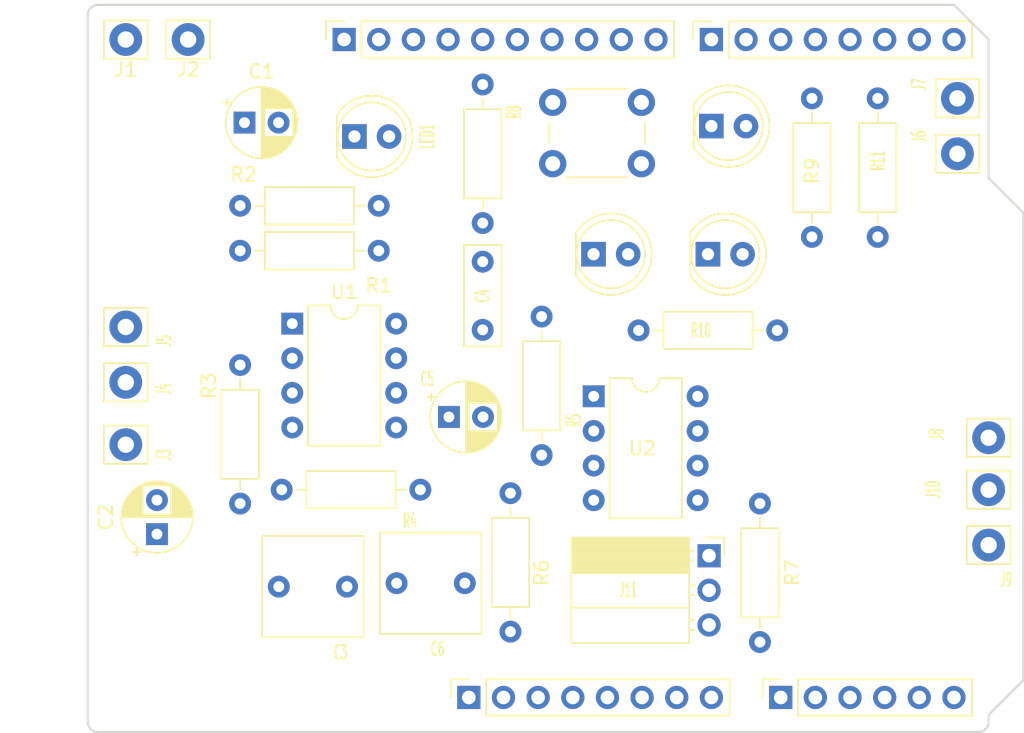
<source format=kicad_pcb>
(kicad_pcb (version 20221018) (generator pcbnew)
  (title_block (title "Amplifier 4th order Bandpass Filter") (date "2023-04-24") (rev "v 1.0") (company "HDA Student/Girish;Ananya;Drashti") (comment 1 "Group D3"))
  (layers (0 "F.Cu" signal) (1 "In1.Cu" power "Gnd") (2 "In2.Cu" power "Power") (31 "B.Cu" signal) (34 "B.Paste" user) (35 "F.Paste" user) (36 "B.SilkS" user "B.Silkscreen") (37 "F.SilkS" user "F.Silkscreen") (38 "B.Mask" user) (39 "F.Mask" user) (44 "Edge.Cuts" user))
  (net 0 "")
  (net 1 "GND")
  (net 2 "/VD_I")
  (net 3 "Vin")
  (net 4 "Net-(C2-Pad2)")
  (net 5 "Net-(J4-Pin_1)")
  (net 6 "Net-(J5-Pin_1)")
  (net 7 "Net-(C5-Pad2)")
  (net 8 "Net-(J6-Pin_1)")
  (net 9 "Net-(J7-Pin_1)")
  (net 10 "Vout")
  (net 11 "Net-(LED1-A)")
  (net 12 "Net-(LED2-A)")
  (net 13 "Net-(LED3-A)")
  (net 14 "Net-(LED4-A)")
  (net 23 "USER_LED")
  (net 27 "VCC")
  (net 35 "SW_PUSH")
  (net 36 "LED_GREEN")
  (net 37 "LED_ORANGE")
  (net 38 "LED_RED")
  (footprint "Connector_PinSocket_2.54mm:PinSocket_1x08_P2.54mm_Vertical" (layer "F.Cu") (at 127.94 97.46 90)
    (fp_text reference "P1" hide)
    (fp_text value "Power")
    (pad "1" thru_hole rect locked (at 0 0 90) (size 1.7 1.7) (drill 1) (layers "*.Cu" "*.Mask"))
    (pad "2" thru_hole oval locked (at 0 2.54 90) (size 1.7 1.7) (drill 1) (layers "*.Cu" "*.Mask"))
    (pad "3" thru_hole oval locked (at 0 5.08 90) (size 1.7 1.7) (drill 1) (layers "*.Cu" "*.Mask"))
    (pad "4" thru_hole oval locked (at 0 7.62 90) (size 1.7 1.7) (drill 1) (layers "*.Cu" "*.Mask"))
    (pad "5" thru_hole oval locked (at 0 10.16 90) (size 1.7 1.7) (drill 1) (layers "*.Cu" "*.Mask"))
    (pad "6" thru_hole oval locked (at 0 12.7 90) (size 1.7 1.7) (drill 1) (layers "*.Cu" "*.Mask") (net 1 "GND"))
    (pad "7" thru_hole oval locked (at 0 15.24 90) (size 1.7 1.7) (drill 1) (layers "*.Cu" "*.Mask") (net 1 "GND"))
    (pad "8" thru_hole oval locked (at 0 17.78 90) (size 1.7 1.7) (drill 1) (layers "*.Cu" "*.Mask") (net 27 "VCC"))
  )
  (footprint "Connector_PinSocket_2.54mm:PinSocket_1x06_P2.54mm_Vertical" (layer "F.Cu") (at 150.8 97.46 90)
    (fp_text reference "P3" hide)
    (fp_text value "Analog")
    (pad "1" thru_hole rect locked (at 0 0 90) (size 1.7 1.7) (drill 1) (layers "*.Cu" "*.Mask") (net 10 "Vout"))
    (pad "2" thru_hole oval locked (at 0 2.54 90) (size 1.7 1.7) (drill 1) (layers "*.Cu" "*.Mask"))
    (pad "3" thru_hole oval locked (at 0 5.08 90) (size 1.7 1.7) (drill 1) (layers "*.Cu" "*.Mask"))
    (pad "4" thru_hole oval locked (at 0 7.62 90) (size 1.7 1.7) (drill 1) (layers "*.Cu" "*.Mask"))
    (pad "5" thru_hole oval locked (at 0 10.16 90) (size 1.7 1.7) (drill 1) (layers "*.Cu" "*.Mask"))
    (pad "6" thru_hole oval locked (at 0 12.7 90) (size 1.7 1.7) (drill 1) (layers "*.Cu" "*.Mask"))
  )
  (footprint "Connector_PinSocket_2.54mm:PinSocket_1x10_P2.54mm_Vertical" (layer "F.Cu") (at 118.796 49.2 90)
    (fp_text reference "P2" hide)
    (fp_text value "Digital/PWM")
    (pad "1" thru_hole rect locked (at 0 0 90) (size 1.7 1.7) (drill 1) (layers "*.Cu" "*.Mask"))
    (pad "2" thru_hole oval locked (at 0 2.54 90) (size 1.7 1.7) (drill 1) (layers "*.Cu" "*.Mask"))
    (pad "3" thru_hole oval locked (at 0 5.08 90) (size 1.7 1.7) (drill 1) (layers "*.Cu" "*.Mask"))
    (pad "4" thru_hole oval locked (at 0 7.62 90) (size 1.7 1.7) (drill 1) (layers "*.Cu" "*.Mask") (net 1 "GND"))
    (pad "5" thru_hole oval locked (at 0 10.16 90) (size 1.7 1.7) (drill 1) (layers "*.Cu" "*.Mask") (net 23 "USER_LED"))
    (pad "6" thru_hole oval locked (at 0 12.7 90) (size 1.7 1.7) (drill 1) (layers "*.Cu" "*.Mask"))
    (pad "7" thru_hole oval locked (at 0 15.24 90) (size 1.7 1.7) (drill 1) (layers "*.Cu" "*.Mask"))
    (pad "8" thru_hole oval locked (at 0 17.78 90) (size 1.7 1.7) (drill 1) (layers "*.Cu" "*.Mask"))
    (pad "9" thru_hole oval locked (at 0 20.32 90) (size 1.7 1.7) (drill 1) (layers "*.Cu" "*.Mask"))
    (pad "10" thru_hole oval locked (at 0 22.86 90) (size 1.7 1.7) (drill 1) (layers "*.Cu" "*.Mask"))
  )
  (footprint "Connector_PinSocket_2.54mm:PinSocket_1x08_P2.54mm_Vertical" (layer "F.Cu") (at 145.72 49.2 90)
    (fp_text reference "P4" hide)
    (fp_text value "Digital/PWM" hide)
    (pad "1" thru_hole rect locked (at 0 0 90) (size 1.7 1.7) (drill 1) (layers "*.Cu" "*.Mask") (net 35 "SW_PUSH"))
    (pad "2" thru_hole oval locked (at 0 2.54 90) (size 1.7 1.7) (drill 1) (layers "*.Cu" "*.Mask") (net 36 "LED_GREEN"))
    (pad "3" thru_hole oval locked (at 0 5.08 90) (size 1.7 1.7) (drill 1) (layers "*.Cu" "*.Mask") (net 37 "LED_ORANGE"))
    (pad "4" thru_hole oval locked (at 0 7.62 90) (size 1.7 1.7) (drill 1) (layers "*.Cu" "*.Mask") (net 38 "LED_RED"))
    (pad "5" thru_hole oval locked (at 0 10.16 90) (size 1.7 1.7) (drill 1) (layers "*.Cu" "*.Mask"))
    (pad "6" thru_hole oval locked (at 0 12.7 90) (size 1.7 1.7) (drill 1) (layers "*.Cu" "*.Mask"))
    (pad "7" thru_hole oval locked (at 0 15.24 90) (size 1.7 1.7) (drill 1) (layers "*.Cu" "*.Mask"))
    (pad "8" thru_hole oval locked (at 0 17.78 90) (size 1.7 1.7) (drill 1) (layers "*.Cu" "*.Mask"))
  )
  (footprint "LED_THT:LED_D5.0mm" (layer "F.Cu") (at 145.715 55.55)
    (fp_text reference "LED2" hide)
    (fp_text value "Green_Led")
    (pad "1" thru_hole rect (at 0 0) (size 1.8 1.8) (drill 0.9) (layers "*.Cu" "*.Mask") (net 1 "GND"))
    (pad "2" thru_hole circle (at 2.54 0) (size 1.8 1.8) (drill 0.9) (layers "*.Cu" "*.Mask") (net 12 "Net-(LED2-A)"))
  )
  (footprint "Connector_Pin:Pin_D1.2mm_L10.2mm_W2.9mm_FlatFork" (layer "F.Cu") (at 166.04 82.22)
    (fp_text reference "J10" (at -4.064 0 90) (layer "F.SilkS") (effects (font (size 1 0.5) (thickness 0.125))))
    (fp_text value "GND_Test")
    (pad "1" thru_hole circle (at 0 0) (size 2.4 2.4) (drill 1.2) (layers "*.Cu" "*.Mask") (net 1 "GND"))
  )
  (footprint "Capacitor_THT:CP_Radial_D5.0mm_P2.50mm" (layer "F.Cu") (at 111.494888 55.296)
    (fp_text reference "C1" (at 1.25 -3.75) (layer "F.SilkS"))
    (fp_text value "22u")
    (pad "1" thru_hole rect (at 0 0) (size 1.6 1.6) (drill 0.8) (layers "*.Cu" "*.Mask") (net 2 "/VD_I"))
    (pad "2" thru_hole circle (at 2.5 0) (size 1.6 1.6) (drill 0.8) (layers "*.Cu" "*.Mask") (net 1 "GND"))
  )
  (footprint "Connector_PinSocket_2.54mm:PinSocket_1x03_P2.54mm_Horizontal" (layer "F.Cu") (at 145.548 87.061)
    (fp_text reference "J11" (at -5.924 2.525) (layer "F.SilkS") (effects (font (size 1 0.5) (thickness 0.125))))
    (fp_text value "Conn_01x03_Socket")
    (pad "1" thru_hole rect (at 0 0) (size 1.7 1.7) (drill 1) (layers "*.Cu" "*.Mask") (net 1 "GND"))
    (pad "2" thru_hole oval (at 0 2.54) (size 1.7 1.7) (drill 1) (layers "*.Cu" "*.Mask") (net 10 "Vout"))
    (pad "3" thru_hole oval (at 0 5.08) (size 1.7 1.7) (drill 1) (layers "*.Cu" "*.Mask") (net 27 "VCC"))
  )
  (footprint "Resistor_THT:R_Axial_DIN0207_L6.3mm_D2.5mm_P10.16mm_Horizontal" (layer "F.Cu") (at 111.176 83.236 90)
    (fp_text reference "R3" (at 8.636 -2.286 90) (layer "F.SilkS"))
    (fp_text value "33k")
    (pad "1" thru_hole circle (at 0 0 90) (size 1.6 1.6) (drill 0.8) (layers "*.Cu" "*.Mask") (net 4 "Net-(C2-Pad2)"))
    (pad "2" thru_hole oval (at 10.16 0 90) (size 1.6 1.6) (drill 0.8) (layers "*.Cu" "*.Mask") (net 5 "Net-(J4-Pin_1)"))
  )
  (footprint "Resistor_THT:R_Axial_DIN0207_L6.3mm_D2.5mm_P10.16mm_Horizontal" (layer "F.Cu") (at 157.912 63.678 90)
    (fp_text reference "R11" (at 5.588 0 90) (layer "F.SilkS") (effects (font (size 1 0.5) (thickness 0.125))))
    (fp_text value "470")
    (pad "1" thru_hole circle (at 0 0 90) (size 1.6 1.6) (drill 0.8) (layers "*.Cu" "*.Mask") (net 14 "Net-(LED4-A)"))
    (pad "2" thru_hole oval (at 10.16 0 90) (size 1.6 1.6) (drill 0.8) (layers "*.Cu" "*.Mask") (net 38 "LED_RED"))
  )
  (footprint "Resistor_THT:R_Axial_DIN0207_L6.3mm_D2.5mm_P10.16mm_Horizontal" (layer "F.Cu") (at 133.274 69.52 -90)
    (fp_text reference "R5" (at 7.62 -2.37 90) (layer "F.SilkS") (effects (font (size 1 0.5) (thickness 0.125))))
    (fp_text value "33k")
    (pad "1" thru_hole circle (at 0 0 270) (size 1.6 1.6) (drill 0.8) (layers "*.Cu" "*.Mask") (net 7 "Net-(C5-Pad2)"))
    (pad "2" thru_hole oval (at 10.16 0 270) (size 1.6 1.6) (drill 0.8) (layers "*.Cu" "*.Mask") (net 8 "Net-(J6-Pin_1)"))
  )
  (footprint "LED_THT:LED_D5.0mm" (layer "F.Cu") (at 137.079 64.948)
    (fp_text reference "LED3" hide)
    (fp_text value "Orange_Led")
    (pad "1" thru_hole rect (at 0 0) (size 1.8 1.8) (drill 0.9) (layers "*.Cu" "*.Mask") (net 1 "GND"))
    (pad "2" thru_hole circle (at 2.54 0) (size 1.8 1.8) (drill 0.9) (layers "*.Cu" "*.Mask") (net 13 "Net-(LED3-A)"))
  )
  (footprint "Connector_Pin:Pin_D1.2mm_L10.2mm_W2.9mm_FlatFork" (layer "F.Cu") (at 102.794 74.346)
    (fp_text reference "J4" (at 2.794 0.508 90) (layer "F.SilkS") (effects (font (size 1 0.5) (thickness 0.125))))
    (fp_text value "IN2")
    (pad "1" thru_hole circle (at 0 0) (size 2.4 2.4) (drill 1.2) (layers "*.Cu" "*.Mask") (net 5 "Net-(J4-Pin_1)"))
  )
  (footprint "Resistor_THT:R_Axial_DIN0207_L6.3mm_D2.5mm_P10.16mm_Horizontal" (layer "F.Cu") (at 114.224 82.22)
    (fp_text reference "R4" (at 9.398 2.286) (layer "F.SilkS") (effects (font (size 1 0.5) (thickness 0.125))))
    (fp_text value "220k")
    (pad "1" thru_hole circle (at 0 0) (size 1.6 1.6) (drill 0.8) (layers "*.Cu" "*.Mask") (net 5 "Net-(J4-Pin_1)"))
    (pad "2" thru_hole oval (at 10.16 0) (size 1.6 1.6) (drill 0.8) (layers "*.Cu" "*.Mask") (net 6 "Net-(J5-Pin_1)"))
  )
  (footprint "Capacitor_THT:C_Rect_L7.2mm_W2.5mm_P5.00mm_FKS2_FKP2_MKS2_MKP2" (layer "F.Cu") (at 128.956 70.496 90)
    (fp_text reference "C4" (at 2.5 0 90) (layer "F.SilkS") (effects (font (size 1 0.5) (thickness 0.125))))
    (fp_text value "100n")
    (pad "1" thru_hole circle (at 0 0 90) (size 1.6 1.6) (drill 0.8) (layers "*.Cu" "*.Mask") (net 1 "GND"))
    (pad "2" thru_hole circle (at 5 0 90) (size 1.6 1.6) (drill 0.8) (layers "*.Cu" "*.Mask") (net 2 "/VD_I"))
  )
  (footprint "Capacitor_THT:C_Rect_L7.2mm_W7.2mm_P5.00mm_FKS2_FKP2_MKS2_MKP2" (layer "F.Cu") (at 114.01 89.332)
    (fp_text reference "C3" (at 4.532 4.826) (layer "F.SilkS") (effects (font (size 1 0.5) (thickness 0.125))))
    (fp_text value "1.5n")
    (pad "1" thru_hole circle (at 0 0) (size 1.6 1.6) (drill 0.8) (layers "*.Cu" "*.Mask") (net 5 "Net-(J4-Pin_1)"))
    (pad "2" thru_hole circle (at 5 0) (size 1.6 1.6) (drill 0.8) (layers "*.Cu" "*.Mask") (net 6 "Net-(J5-Pin_1)"))
  )
  (footprint "Connector_Pin:Pin_D1.2mm_L10.2mm_W2.9mm_FlatFork" (layer "F.Cu") (at 166.04 78.41)
    (fp_text reference "J8" (at -3.81 -0.254 90) (layer "F.SilkS") (effects (font (size 1 0.5) (thickness 0.125))))
    (fp_text value "Vout")
    (pad "1" thru_hole circle (at 0 0) (size 2.4 2.4) (drill 1.2) (layers "*.Cu" "*.Mask") (net 10 "Vout"))
  )
  (footprint "Connector_Pin:Pin_D1.2mm_L10.2mm_W2.9mm_FlatFork" (layer "F.Cu") (at 163.754 53.518)
    (fp_text reference "J7" (at -2.794 -1.016 90) (layer "F.SilkS") (effects (font (size 1 0.5) (thickness 0.125))))
    (fp_text value "OUT2")
    (pad "1" thru_hole circle (at 0 0) (size 2.4 2.4) (drill 1.2) (layers "*.Cu" "*.Mask") (net 9 "Net-(J7-Pin_1)"))
  )
  (footprint "Resistor_THT:R_Axial_DIN0207_L6.3mm_D2.5mm_P10.16mm_Horizontal" (layer "F.Cu") (at 111.176 64.694)
    (fp_text reference "R1" (at 10.16 2.54) (layer "F.SilkS"))
    (fp_text value "1K")
    (pad "1" thru_hole circle (at 0 0) (size 1.6 1.6) (drill 0.8) (layers "*.Cu" "*.Mask") (net 27 "VCC"))
    (pad "2" thru_hole oval (at 10.16 0) (size 1.6 1.6) (drill 0.8) (layers "*.Cu" "*.Mask") (net 2 "/VD_I"))
  )
  (footprint "LED_THT:LED_D5.0mm" (layer "F.Cu") (at 145.466 64.948)
    (fp_text reference "LED4" hide)
    (fp_text value "Red_Led")
    (pad "1" thru_hole rect (at 0 0) (size 1.8 1.8) (drill 0.9) (layers "*.Cu" "*.Mask") (net 1 "GND"))
    (pad "2" thru_hole circle (at 2.54 0) (size 1.8 1.8) (drill 0.9) (layers "*.Cu" "*.Mask") (net 14 "Net-(LED4-A)"))
  )
  (footprint "LED_THT:LED_D5.0mm" (layer "F.Cu") (at 119.553 56.312)
    (fp_text reference "LED1" (at 5.339 0 90) (layer "F.SilkS") (effects (font (size 1 0.5) (thickness 0.125))))
    (fp_text value "Power_Led")
    (pad "1" thru_hole rect (at 0 0) (size 1.8 1.8) (drill 0.9) (layers "*.Cu" "*.Mask") (net 1 "GND"))
    (pad "2" thru_hole circle (at 2.54 0) (size 1.8 1.8) (drill 0.9) (layers "*.Cu" "*.Mask") (net 11 "Net-(LED1-A)"))
  )
  (footprint "Arduino_MountingHole:MountingHole_3.2mm" (layer "F.Cu") (at 115.24 49.2)
    (fp_text reference "MH1" hide)
    (fp_text value "MountingHole_3.2mm" hide)
    (pad "" np_thru_hole circle locked (at 0 0) (size 3.2 3.2) (drill 3.2) (layers "*.Cu" "*.Mask"))
  )
  (footprint "Package_DIP:DIP-8_W7.62mm" (layer "F.Cu") (at 114.996 70.038)
    (fp_text reference "U1" (at 3.81 -2.33) (layer "F.SilkS"))
    (fp_text value "OPA340P")
    (pad "1" thru_hole rect (at 0 0) (size 1.6 1.6) (drill 0.8) (layers "*.Cu" "*.Mask"))
    (pad "2" thru_hole oval (at 0 2.54) (size 1.6 1.6) (drill 0.8) (layers "*.Cu" "*.Mask") (net 5 "Net-(J4-Pin_1)"))
    (pad "3" thru_hole oval (at 0 5.08) (size 1.6 1.6) (drill 0.8) (layers "*.Cu" "*.Mask") (net 2 "/VD_I"))
    (pad "4" thru_hole oval (at 0 7.62) (size 1.6 1.6) (drill 0.8) (layers "*.Cu" "*.Mask") (net 1 "GND"))
    (pad "5" thru_hole oval (at 7.62 7.62) (size 1.6 1.6) (drill 0.8) (layers "*.Cu" "*.Mask"))
    (pad "6" thru_hole oval (at 7.62 5.08) (size 1.6 1.6) (drill 0.8) (layers "*.Cu" "*.Mask") (net 6 "Net-(J5-Pin_1)"))
    (pad "7" thru_hole oval (at 7.62 2.54) (size 1.6 1.6) (drill 0.8) (layers "*.Cu" "*.Mask") (net 27 "VCC"))
    (pad "8" thru_hole oval (at 7.62 0) (size 1.6 1.6) (drill 0.8) (layers "*.Cu" "*.Mask"))
  )
  (footprint "Connector_Pin:Pin_D1.2mm_L10.2mm_W2.9mm_FlatFork" (layer "F.Cu") (at 102.794 70.282)
    (fp_text reference "J5" (at 2.794 1.016 90) (layer "F.SilkS") (effects (font (size 1 0.5) (thickness 0.125))))
    (fp_text value "OUT1")
    (pad "1" thru_hole circle (at 0 0) (size 2.4 2.4) (drill 1.2) (layers "*.Cu" "*.Mask") (net 6 "Net-(J5-Pin_1)"))
  )
  (footprint "Resistor_THT:R_Axial_DIN0207_L6.3mm_D2.5mm_P10.16mm_Horizontal" (layer "F.Cu") (at 130.988 82.474 -90)
    (fp_text reference "R6" (at 5.842 -2.286 90) (layer "F.SilkS"))
    (fp_text value "100k")
    (pad "1" thru_hole circle (at 0 0 270) (size 1.6 1.6) (drill 0.8) (layers "*.Cu" "*.Mask") (net 8 "Net-(J6-Pin_1)"))
    (pad "2" thru_hole oval (at 10.16 0 270) (size 1.6 1.6) (drill 0.8) (layers "*.Cu" "*.Mask") (net 9 "Net-(J7-Pin_1)"))
  )
  (footprint "Capacitor_THT:CP_Radial_D5.0mm_P2.50mm" (layer "F.Cu") (at 105.08 85.482 90)
    (fp_text reference "C2" (at 1.25 -3.75 90) (layer "F.SilkS"))
    (fp_text value "4.7u")
    (pad "1" thru_hole rect (at 0 0 90) (size 1.6 1.6) (drill 0.8) (layers "*.Cu" "*.Mask") (net 3 "Vin"))
    (pad "2" thru_hole circle (at 2.5 0 90) (size 1.6 1.6) (drill 0.8) (layers "*.Cu" "*.Mask") (net 4 "Net-(C2-Pad2)"))
  )
  (footprint "Button_Switch_THT:SW_PUSH_6mm_H7.3mm" (layer "F.Cu") (at 140.588 58.308 180)
    (fp_text reference "SW1" hide)
    (fp_text value "SW_Push")
    (pad "1" thru_hole circle (at 0 0 270) (size 2 2) (drill 1.1) (layers "*.Cu" "*.Mask") (net 27 "VCC"))
    (pad "1" thru_hole circle (at 6.5 0 270) (size 2 2) (drill 1.1) (layers "*.Cu" "*.Mask") (net 27 "VCC"))
    (pad "2" thru_hole circle (at 0 4.5 270) (size 2 2) (drill 1.1) (layers "*.Cu" "*.Mask") (net 35 "SW_PUSH"))
    (pad "2" thru_hole circle (at 6.5 4.5 270) (size 2 2) (drill 1.1) (layers "*.Cu" "*.Mask") (net 35 "SW_PUSH"))
  )
  (footprint "Resistor_THT:R_Axial_DIN0207_L6.3mm_D2.5mm_P10.16mm_Horizontal" (layer "F.Cu") (at 140.386 70.536)
    (fp_text reference "R10" (at 4.572 0) (layer "F.SilkS") (effects (font (size 1 0.5) (thickness 0.125))))
    (fp_text value "470")
    (pad "1" thru_hole circle (at 0 0) (size 1.6 1.6) (drill 0.8) (layers "*.Cu" "*.Mask") (net 13 "Net-(LED3-A)"))
    (pad "2" thru_hole oval (at 10.16 0) (size 1.6 1.6) (drill 0.8) (layers "*.Cu" "*.Mask") (net 37 "LED_ORANGE"))
  )
  (footprint "Resistor_THT:R_Axial_DIN0207_L6.3mm_D2.5mm_P10.16mm_Horizontal" (layer "F.Cu") (at 149.276 83.236 -90)
    (fp_text reference "R7" (at 5.08 -2.37 90) (layer "F.SilkS"))
    (fp_text value "100")
    (pad "1" thru_hole circle (at 0 0 270) (size 1.6 1.6) (drill 0.8) (layers "*.Cu" "*.Mask") (net 9 "Net-(J7-Pin_1)"))
    (pad "2" thru_hole oval (at 10.16 0 270) (size 1.6 1.6) (drill 0.8) (layers "*.Cu" "*.Mask") (net 10 "Vout"))
  )
  (footprint "Connector_Pin:Pin_D1.2mm_L10.2mm_W2.9mm_FlatFork" (layer "F.Cu") (at 102.794 49.2)
    (fp_text reference "J1" (at 0 2.2) (layer "F.SilkS"))
    (fp_text value "~")
    (pad "1" thru_hole circle (at 0 0) (size 2.4 2.4) (drill 1.2) (layers "*.Cu" "*.Mask") (net 2 "/VD_I"))
  )
  (footprint "Connector_Pin:Pin_D1.2mm_L10.2mm_W2.9mm_FlatFork" (layer "F.Cu") (at 163.754 57.582)
    (fp_text reference "J6" (at -2.794 -1.27 -90) (layer "F.SilkS") (effects (font (size 1 0.5) (thickness 0.125))))
    (fp_text value "IN3")
    (pad "1" thru_hole circle (at 0 0) (size 2.4 2.4) (drill 1.2) (layers "*.Cu" "*.Mask") (net 8 "Net-(J6-Pin_1)"))
  )
  (footprint "Capacitor_THT:C_Rect_L7.2mm_W7.2mm_P5.00mm_FKS2_FKP2_MKS2_MKP2" (layer "F.Cu") (at 122.646 89.078)
    (fp_text reference "C6" (at 3.008 4.826) (layer "F.SilkS") (effects (font (size 1 0.5) (thickness 0.125))))
    (fp_text value "3.3n")
    (pad "1" thru_hole circle (at 0 0) (size 1.6 1.6) (drill 0.8) (layers "*.Cu" "*.Mask") (net 8 "Net-(J6-Pin_1)"))
    (pad "2" thru_hole circle (at 5 0) (size 1.6 1.6) (drill 0.8) (layers "*.Cu" "*.Mask") (net 9 "Net-(J7-Pin_1)"))
  )
  (footprint "Package_DIP:DIP-8_W7.62mm" (layer "F.Cu") (at 137.094 75.372)
    (fp_text reference "U2" (at 3.556 3.81) (layer "F.SilkS"))
    (fp_text value "OPA340P")
    (pad "1" thru_hole rect (at 0 0) (size 1.6 1.6) (drill 0.8) (layers "*.Cu" "*.Mask"))
    (pad "2" thru_hole oval (at 0 2.54) (size 1.6 1.6) (drill 0.8) (layers "*.Cu" "*.Mask") (net 8 "Net-(J6-Pin_1)"))
    (pad "3" thru_hole oval (at 0 5.08) (size 1.6 1.6) (drill 0.8) (layers "*.Cu" "*.Mask") (net 2 "/VD_I"))
    (pad "4" thru_hole oval (at 0 7.62) (size 1.6 1.6) (drill 0.8) (layers "*.Cu" "*.Mask") (net 1 "GND"))
    (pad "5" thru_hole oval (at 7.62 7.62) (size 1.6 1.6) (drill 0.8) (layers "*.Cu" "*.Mask"))
    (pad "6" thru_hole oval (at 7.62 5.08) (size 1.6 1.6) (drill 0.8) (layers "*.Cu" "*.Mask") (net 9 "Net-(J7-Pin_1)"))
    (pad "7" thru_hole oval (at 7.62 2.54) (size 1.6 1.6) (drill 0.8) (layers "*.Cu" "*.Mask") (net 27 "VCC"))
    (pad "8" thru_hole oval (at 7.62 0) (size 1.6 1.6) (drill 0.8) (layers "*.Cu" "*.Mask"))
  )
  (footprint "Resistor_THT:R_Axial_DIN0207_L6.3mm_D2.5mm_P10.16mm_Horizontal" (layer "F.Cu") (at 153.086 63.678 90)
    (fp_text reference "R9" (at 4.826 0 90) (layer "F.SilkS"))
    (fp_text value "470")
    (pad "1" thru_hole circle (at 0 0 90) (size 1.6 1.6) (drill 0.8) (layers "*.Cu" "*.Mask") (net 12 "Net-(LED2-A)"))
    (pad "2" thru_hole oval (at 10.16 0 90) (size 1.6 1.6) (drill 0.8) (layers "*.Cu" "*.Mask") (net 36 "LED_GREEN"))
  )
  (footprint "Connector_Pin:Pin_D1.2mm_L10.2mm_W2.9mm_FlatFork" (layer "F.Cu") (at 107.366 49.2)
    (fp_text reference "J2" (at 0 2.2) (layer "F.SilkS"))
    (fp_text value "~")
    (pad "1" thru_hole circle (at 0 0) (size 2.4 2.4) (drill 1.2) (layers "*.Cu" "*.Mask") (net 2 "/VD_I"))
  )
  (footprint "Connector_Pin:Pin_D1.2mm_L10.2mm_W2.9mm_FlatFork" (layer "F.Cu") (at 166.04 86.284)
    (fp_text reference "J9" (at 1.27 2.54 180) (layer "F.SilkS") (effects (font (size 1 0.5) (thickness 0.125))))
    (fp_text value "VCC_Test")
    (pad "1" thru_hole circle (at 0 0) (size 2.4 2.4) (drill 1.2) (layers "*.Cu" "*.Mask") (net 27 "VCC"))
  )
  (footprint "Resistor_THT:R_Axial_DIN0207_L6.3mm_D2.5mm_P10.16mm_Horizontal" (layer "F.Cu") (at 121.336 61.392 180)
    (fp_text reference "R2" (at 9.906 2.286) (layer "F.SilkS"))
    (fp_text value "1K")
    (pad "1" thru_hole circle (at 0 0 180) (size 1.6 1.6) (drill 0.8) (layers "*.Cu" "*.Mask") (net 2 "/VD_I"))
    (pad "2" thru_hole oval (at 10.16 0 180) (size 1.6 1.6) (drill 0.8) (layers "*.Cu" "*.Mask") (net 1 "GND"))
  )
  (footprint "Connector_Pin:Pin_D1.2mm_L10.2mm_W2.9mm_FlatFork" (layer "F.Cu") (at 102.794 78.918)
    (fp_text reference "J3" (at 2.794 0.762 270) (layer "F.SilkS") (effects (font (size 1 0.5) (thickness 0.125))))
    (fp_text value "IN1")
    (pad "1" thru_hole circle (at 0 0) (size 2.4 2.4) (drill 1.2) (layers "*.Cu" "*.Mask") (net 3 "Vin"))
  )
  (footprint "Resistor_THT:R_Axial_DIN0207_L6.3mm_D2.5mm_P10.16mm_Horizontal" (layer "F.Cu") (at 128.956 62.662 90)
    (fp_text reference "R8" (at 8.128 2.286 90) (layer "F.SilkS") (effects (font (size 1 0.5) (thickness 0.125))))
    (fp_text value "470")
    (pad "1" thru_hole circle (at 0 0 90) (size 1.6 1.6) (drill 0.8) (layers "*.Cu" "*.Mask") (net 11 "Net-(LED1-A)"))
    (pad "2" thru_hole oval (at 10.16 0 90) (size 1.6 1.6) (drill 0.8) (layers "*.Cu" "*.Mask") (net 23 "USER_LED"))
  )
  (footprint "Arduino_MountingHole:MountingHole_3.2mm" (layer "F.Cu") (at 113.97 97.46)
    (fp_text reference "MH2" hide)
    (fp_text value "MountingHole_3.2mm" hide)
    (pad "" np_thru_hole circle locked (at 0 0) (size 3.2 3.2) (drill 3.2) (layers "*.Cu" "*.Mask"))
  )
  (footprint "Arduino_MountingHole:MountingHole_3.2mm" (layer "F.Cu") (at 166.04 64.44)
    (fp_text reference "MH3" hide)
    (fp_text value "MountingHole_3.2mm" hide)
    (pad "" np_thru_hole circle locked (at 0 0) (size 3.2 3.2) (drill 3.2) (layers "*.Cu" "*.Mask"))
  )
  (footprint "Arduino_MountingHole:MountingHole_3.2mm" (layer "F.Cu") (at 166.04 92.38)
    (fp_text reference "MH4" hide)
    (fp_text value "MountingHole_3.2mm" hide)
    (pad "" np_thru_hole circle locked (at 0 0) (size 3.2 3.2) (drill 3.2) (layers "*.Cu" "*.Mask"))
  )
  (footprint "Capacitor_THT:CP_Radial_D5.0mm_P2.50mm" (layer "F.Cu") (at 126.480888 76.886)
    (fp_text reference "C5" (at -1.588888 -2.794) (layer "F.SilkS") (effects (font (size 1 0.5) (thickness 0.125))))
    (fp_text value "4.7u")
    (pad "1" thru_hole rect (at 0 0) (size 1.6 1.6) (drill 0.8) (layers "*.Cu" "*.Mask") (net 6 "Net-(J5-Pin_1)"))
    (pad "2" thru_hole circle (at 2.5 0) (size 1.6 1.6) (drill 0.8) (layers "*.Cu" "*.Mask") (net 7 "Net-(C5-Pad2)"))
  )
  (gr_line (start 166.04 59.36) (end 168.58 61.9) (stroke (width 0.15)) (layer "Edge.Cuts"))
  (gr_line (start 100 99.238) (end 100 47.422) (stroke (width 0.15)) (layer "Edge.Cuts"))
  (gr_line (start 168.58 61.9) (end 168.58 96.19) (stroke (width 0.15)) (layer "Edge.Cuts"))
  (gr_line (start 165.278 100) (end 100.762 100) (stroke (width 0.15)) (layer "Edge.Cuts"))
  (gr_line (start 100.762 46.66) (end 163.5 46.66) (stroke (width 0.15)) (layer "Edge.Cuts"))
  (gr_arc (start 100.762 100) (mid 100.223185 99.776815) (end 100 99.238) (stroke (width 0.15)) (layer "Edge.Cuts"))
  (gr_line (start 168.58 96.19) (end 166.04 98.73) (stroke (width 0.15)) (layer "Edge.Cuts"))
  (gr_line (start 163.5 46.66) (end 166.04 49.2) (stroke (width 0.15)) (layer "Edge.Cuts"))
  (gr_arc (start 166.04 99.238) (mid 165.816815 99.776815) (end 165.278 100) (stroke (width 0.15)) (layer "Edge.Cuts"))
  (gr_line (start 166.04 49.2) (end 166.04 59.36) (stroke (width 0.15)) (layer "Edge.Cuts"))
  (gr_line (start 166.04 98.73) (end 166.04 99.238) (stroke (width 0.15)) (layer "Edge.Cuts"))
  (gr_arc (start 100 47.422) (mid 100.223185 46.883185) (end 100.762 46.66) (stroke (width 0.15)) (layer "Edge.Cuts"))
)
</source>
